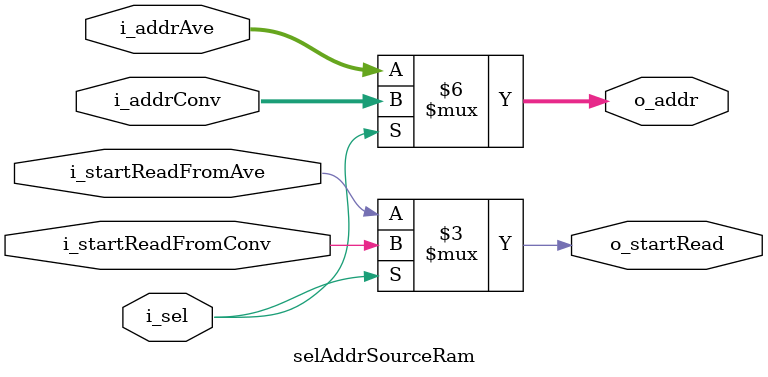
<source format=v>
module selAddrSourceRam(
    input               i_sel,
    input [107:0]        i_addrConv,
    input [107:0]        i_addrAve,
    input                i_startReadFromConv,
    input                i_startReadFromAve,
    output reg [107:0]   o_addr,
    output reg           o_startRead
);
always @(*) begin
    if(i_sel) begin //rdActiveConvolution
        o_addr = i_addrConv;
        o_startRead = i_startReadFromConv;
    end else begin 
        o_addr = i_addrAve;
        o_startRead = i_startReadFromAve;
    end
end
endmodule
</source>
